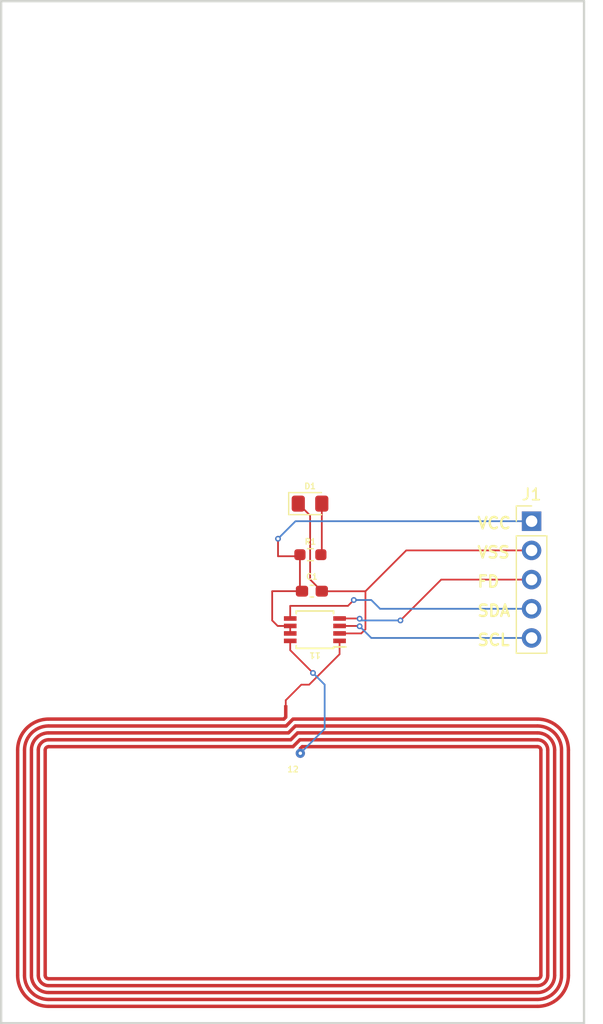
<source format=kicad_pcb>
(kicad_pcb (version 20221018) (generator pcbnew)
  (title_block (title "NFC PCB Business Card Layout") (date "2023-07-16") (rev "A") (company "Yash Fichadia") (comment 1 "Copyright (c) 2023") (comment 2 "Designer: YAF") (comment 3 "Reviewer: YAF") (comment 4 "Approved: YAF"))
  (layers (0 "F.Cu" signal) (31 "B.Cu" signal) (34 "B.Paste" user) (35 "F.Paste" user) (36 "B.SilkS" user "B.Silkscreen") (37 "F.SilkS" user "F.Silkscreen") (38 "B.Mask" user) (39 "F.Mask" user) (44 "Edge.Cuts" user))
  (net 0 "")
  (net 1 "Net-(11-LA)")
  (net 2 "Net-(11-VSS)")
  (net 3 "Net-(11-VCC)")
  (net 4 "Net-(11-LB)")
  (net 5 "Net-(D1-A)")
  (net 6 "Net-(11-SCL)")
  (net 7 "Net-(11-FD)")
  (net 8 "Net-(11-SDA)")
  (footprint "Connector_PinHeader_2.54mm:PinHeader_1x05_P2.54mm_Vertical" (layer "F.Cu") (at 175.26 101.859)
    (fp_text reference "J1" (at 0 -2.33) (layer "F.SilkS"))
    (fp_text value "Conn_01x05_Pin")
    (fp_line (start -1.33 -1.33) (end 0 -1.33) (stroke (width 0.12)) (layer "F.SilkS"))
    (fp_line (start -1.33 0) (end -1.33 -1.33) (stroke (width 0.12)) (layer "F.SilkS"))
    (fp_line (start -1.33 1.27) (end -1.33 11.49) (stroke (width 0.12)) (layer "F.SilkS"))
    (fp_line (start -1.33 1.27) (end 1.33 1.27) (stroke (width 0.12)) (layer "F.SilkS"))
    (fp_line (start -1.33 11.49) (end 1.33 11.49) (stroke (width 0.12)) (layer "F.SilkS"))
    (fp_line (start 1.33 1.27) (end 1.33 11.49) (stroke (width 0.12)) (layer "F.SilkS"))
    (pad "1" thru_hole rect (at 0 0) (size 1.7 1.7) (drill 1) (layers "*.Cu" "*.Mask") (net 3 "Net-(11-VCC)"))
    (pad "2" thru_hole oval (at 0 2.54) (size 1.7 1.7) (drill 1) (layers "*.Cu" "*.Mask") (net 2 "Net-(11-VSS)"))
    (pad "3" thru_hole oval (at 0 5.08) (size 1.7 1.7) (drill 1) (layers "*.Cu" "*.Mask") (net 7 "Net-(11-FD)"))
    (pad "4" thru_hole oval (at 0 7.62) (size 1.7 1.7) (drill 1) (layers "*.Cu" "*.Mask") (net 8 "Net-(11-SDA)"))
    (pad "5" thru_hole oval (at 0 10.16) (size 1.7 1.7) (drill 1) (layers "*.Cu" "*.Mask") (net 6 "Net-(11-SCL)"))
  )
  (footprint "Resistor_SMD:R_0603_1608Metric_Pad0.98x0.95mm_HandSolder" (layer "F.Cu") (at 155.9835 104.772)
    (fp_text reference "R1" (at 0 -1.135 unlocked) (layer "F.SilkS") (effects (font (size 0.5 0.5) (thickness 0.1))))
    (fp_text value "47")
    (fp_line (start -0.254724 -0.5225) (end 0.254724 -0.5225) (stroke (width 0.12)) (layer "F.SilkS"))
    (fp_line (start -0.254724 0.5225) (end 0.254724 0.5225) (stroke (width 0.12)) (layer "F.SilkS"))
    (pad "1" smd roundrect (at -0.9125 0) (size 0.975 0.95) (layers "F.Cu" "F.Paste" "F.Mask") (net 3 "Net-(11-VCC)"))
    (pad "2" smd roundrect (at 0.9125 0) (size 0.975 0.95) (layers "F.Cu" "F.Paste" "F.Mask") (net 5 "Net-(D1-A)"))
  )
  (footprint "Diode_SMD:D_0805_2012Metric_Pad1.15x1.40mm_HandSolder" (layer "F.Cu") (at 155.951 100.327)
    (fp_text reference "D1" (at 0.005 -1.516 unlocked) (layer "F.SilkS") (effects (font (size 0.5 0.5) (thickness 0.1))))
    (fp_text value "LED")
    (fp_line (start -1.86 -0.96) (end -1.86 0.96) (stroke (width 0.12)) (layer "F.SilkS"))
    (fp_line (start -1.86 0.96) (end 1 0.96) (stroke (width 0.12)) (layer "F.SilkS"))
    (fp_line (start 1 -0.96) (end -1.86 -0.96) (stroke (width 0.12)) (layer "F.SilkS"))
    (pad "1" smd roundrect (at -1.025 0) (size 1.15 1.4) (layers "F.Cu" "F.Paste" "F.Mask") (roundrect_rratio 0.2173913043) (net 2 "Net-(11-VSS)"))
    (pad "2" smd roundrect (at 1.025 0) (size 1.15 1.4) (layers "F.Cu" "F.Paste" "F.Mask") (roundrect_rratio 0.2173913043) (net 5 "Net-(D1-A)"))
  )
  (footprint "Capacitor_SMD:C_0603_1608Metric_Pad1.08x0.95mm_HandSolder" (layer "F.Cu") (at 156.1135 107.947)
    (fp_text reference "C1" (at 0 -1.262 unlocked) (layer "F.SilkS") (effects (font (size 0.5 0.5) (thickness 0.1))))
    (fp_text value "220n")
    (fp_line (start -0.146267 -0.51) (end 0.146267 -0.51) (stroke (width 0.12)) (layer "F.SilkS"))
    (fp_line (start -0.146267 0.51) (end 0.146267 0.51) (stroke (width 0.12)) (layer "F.SilkS"))
    (pad "1" smd roundrect (at -0.8625 0) (size 1.075 0.95) (layers "F.Cu" "F.Paste" "F.Mask") (net 3 "Net-(11-VCC)"))
    (pad "2" smd roundrect (at 0.8625 0) (size 1.075 0.95) (layers "F.Cu" "F.Paste" "F.Mask") (net 2 "Net-(11-VSS)"))
  )
  (footprint "Package_SO:TSSOP-8_3x3mm_P0.65mm" (layer "F.Cu") (at 156.376 111.298 180)
    (fp_text reference "11" (at 0 -2.245 180 unlocked) (layer "F.SilkS") (effects (font (size 0.5 0.5) (thickness 0.1))))
    (fp_text value "~")
    (fp_line (start -1.625 -1.625) (end -1.625 -1.5) (stroke (width 0.15)) (layer "F.SilkS"))
    (fp_line (start -1.625 -1.625) (end 1.625 -1.625) (stroke (width 0.15)) (layer "F.SilkS"))
    (fp_line (start -1.625 -1.5) (end -2.7 -1.5) (stroke (width 0.15)) (layer "F.SilkS"))
    (fp_line (start -1.625 1.625) (end -1.625 1.4) (stroke (width 0.15)) (layer "F.SilkS"))
    (fp_line (start -1.625 1.625) (end 1.625 1.625) (stroke (width 0.15)) (layer "F.SilkS"))
    (fp_line (start 1.625 -1.625) (end 1.625 -1.4) (stroke (width 0.15)) (layer "F.SilkS"))
    (fp_line (start 1.625 1.625) (end 1.625 1.4) (stroke (width 0.15)) (layer "F.SilkS"))
    (pad "1" smd rect (at -2.15 -0.975 180) (size 1.1 0.4) (layers "F.Cu" "F.Paste" "F.Mask") (net 1 "Net-(11-LA)"))
    (pad "2" smd rect (at -2.15 -0.325 180) (size 1.1 0.4) (layers "F.Cu" "F.Paste" "F.Mask") (net 2 "Net-(11-VSS)"))
    (pad "3" smd rect (at -2.15 0.325 180) (size 1.1 0.4) (layers "F.Cu" "F.Paste" "F.Mask") (net 6 "Net-(11-SCL)"))
    (pad "4" smd rect (at -2.15 0.975 180) (size 1.1 0.4) (layers "F.Cu" "F.Paste" "F.Mask") (net 7 "Net-(11-FD)"))
    (pad "5" smd rect (at 2.15 0.975 180) (size 1.1 0.4) (layers "F.Cu" "F.Paste" "F.Mask") (net 8 "Net-(11-SDA)"))
    (pad "6" smd rect (at 2.15 0.325 180) (size 1.1 0.4) (layers "F.Cu" "F.Paste" "F.Mask") (net 3 "Net-(11-VCC)"))
    (pad "7" smd rect (at 2.15 -0.325 180) (size 1.1 0.4) (layers "F.Cu" "F.Paste" "F.Mask") (net 3 "Net-(11-VCC)"))
    (pad "8" smd rect (at 2.15 -0.975 180) (size 1.1 0.4) (layers "F.Cu" "F.Paste" "F.Mask") (net 4 "Net-(11-LB)"))
  )
  (footprint "NFCBusinessCardProject:25X48MM_NFC" (layer "F.Cu") (at 154.47 131.579)
    (fp_text reference "12" (at 0 -8.13 unlocked) (layer "F.SilkS") (effects (font (size 0.5 0.5) (thickness 0.1))))
    (fp_text value "~")
    (fp_line (start -24 -9.8) (end -24 9.8) (stroke (width 0.3)) (layer "F.Cu"))
    (fp_line (start -23.4 -9.8) (end -23.4 9.8) (stroke (width 0.3)) (layer "F.Cu"))
    (fp_line (start -22.8 -9.8) (end -22.8 9.8) (stroke (width 0.3)) (layer "F.Cu"))
    (fp_line (start -22.2 -9.8) (end -22.2 9.8) (stroke (width 0.3)) (layer "F.Cu"))
    (fp_line (start -21.6 -9.8) (end -21.6 9.8) (stroke (width 0.3)) (layer "F.Cu"))
    (fp_line (start -21.3 -11.9) (end -0.6 -11.9) (stroke (width 0.3)) (layer "F.Cu"))
    (fp_line (start -21.3 -11.3) (end -0.4 -11.3) (stroke (width 0.3)) (layer "F.Cu"))
    (fp_line (start -21.3 -10.7) (end -0.2 -10.7) (stroke (width 0.3)) (layer "F.Cu"))
    (fp_line (start -21.3 -10.1) (end 0 -10.1) (stroke (width 0.3)) (layer "F.Cu"))
    (fp_line (start -21.3 10.1) (end 21.3 10.1) (stroke (width 0.3)) (layer "F.Cu"))
    (fp_line (start -21.3 10.7) (end 21.3 10.7) (stroke (width 0.3)) (layer "F.Cu"))
    (fp_line (start -21.3 11.3) (end 21.3 11.3) (stroke (width 0.3)) (layer "F.Cu"))
    (fp_line (start -21.3 11.9) (end 21.3 11.9) (stroke (width 0.3)) (layer "F.Cu"))
    (fp_line (start -21.3 12.5) (end 21.3 12.5) (stroke (width 0.3)) (layer "F.Cu"))
    (fp_line (start -0.8 -12.5) (end -21.3 -12.5) (stroke (width 0.3)) (layer "F.Cu"))
    (fp_line (start -0.635 -12.665) (end -0.8 -12.5) (stroke (width 0.3)) (layer "F.Cu"))
    (fp_line (start -0.6 -11.9) (end 0 -12.5) (stroke (width 0.3)) (layer "F.Cu"))
    (fp_line (start -0.4 -11.3) (end 0.2 -11.9) (stroke (width 0.3)) (layer "F.Cu"))
    (fp_line (start -0.2 -10.7) (end 0.4 -11.3) (stroke (width 0.3)) (layer "F.Cu"))
    (fp_line (start 0 -12.5) (end 21.3 -12.5) (stroke (width 0.3)) (layer "F.Cu"))
    (fp_line (start 0 -10.1) (end 0.6 -10.7) (stroke (width 0.3)) (layer "F.Cu"))
    (fp_line (start 0.2 -11.9) (end 21.3 -11.9) (stroke (width 0.3)) (layer "F.Cu"))
    (fp_line (start 0.4 -11.3) (end 21.3 -11.3) (stroke (width 0.3)) (layer "F.Cu"))
    (fp_line (start 0.635 -9.935) (end 0.8 -10.1) (stroke (width 0.3)) (layer "F.Cu"))
    (fp_line (start 0.635 -9.525) (end 0.635 -9.935) (stroke (width 0.3)) (layer "F.Cu"))
    (fp_line (start 21.3 -10.7) (end 0.6 -10.7) (stroke (width 0.3)) (layer "F.Cu"))
    (fp_line (start 21.3 -10.1) (end 0.8 -10.1) (stroke (width 0.3)) (layer "F.Cu"))
    (fp_line (start 21.6 -9.8) (end 21.6 9.8) (stroke (width 0.3)) (layer "F.Cu"))
    (fp_line (start 22.2 -9.8) (end 22.2 9.8) (stroke (width 0.3)) (layer "F.Cu"))
    (fp_line (start 22.8 -9.8) (end 22.8 9.8) (stroke (width 0.3)) (layer "F.Cu"))
    (fp_line (start 23.4 -9.8) (end 23.4 9.8) (stroke (width 0.3)) (layer "F.Cu"))
    (fp_line (start 24 -9.8) (end 24 9.8) (stroke (width 0.3)) (layer "F.Cu"))
    (fp_arc (start -24 -9.8) (mid -23.209188 -11.709188) (end -21.3 -12.5) (stroke (width 0.3)) (layer "F.Cu"))
    (fp_arc (start -23.4 -9.8) (mid -22.784924 -11.284924) (end -21.3 -11.9) (stroke (width 0.3)) (layer "F.Cu"))
    (fp_arc (start -22.8 -9.8) (mid -22.36066 -10.86066) (end -21.3 -11.3) (stroke (width 0.3)) (layer "F.Cu"))
    (fp_arc (start -22.2 -9.8) (mid -21.936396 -10.436396) (end -21.3 -10.7) (stroke (width 0.3)) (layer "F.Cu"))
    (fp_arc (start -21.6 -9.8) (mid -21.512132 -10.012132) (end -21.3 -10.1) (stroke (width 0.3)) (layer "F.Cu"))
    (fp_arc (start -21.3 10.1) (mid -21.512132 10.012132) (end -21.6 9.8) (stroke (width 0.3)) (layer "F.Cu"))
    (fp_arc (start -21.3 10.7) (mid -21.936396 10.436396) (end -22.2 9.8) (stroke (width 0.3)) (layer "F.Cu"))
    (fp_arc (start -21.3 11.3) (mid -22.36066 10.86066) (end -22.8 9.8) (stroke (width 0.3)) (layer "F.Cu"))
    (fp_arc (start -21.3 11.9) (mid -22.784924 11.284924) (end -23.4 9.8) (stroke (width 0.3)) (layer "F.Cu"))
    (fp_arc (start -21.3 12.5) (mid -23.209188 11.709188) (end -24 9.8) (stroke (width 0.3)) (layer "F.Cu"))
    (fp_arc (start 21.3 -12.5) (mid 23.209188 -11.709188) (end 24 -9.8) (stroke (width 0.3)) (layer "F.Cu"))
    (fp_arc (start 21.3 -11.9) (mid 22.784924 -11.284924) (end 23.4 -9.8) (stroke (width 0.3)) (layer "F.Cu"))
    (fp_arc (start 21.3 -11.3) (mid 22.36066 -10.86066) (end 22.8 -9.8) (stroke (width 0.3)) (layer "F.Cu"))
    (fp_arc (start 21.3 -10.7) (mid 21.936396 -10.436396) (end 22.2 -9.8) (stroke (width 0.3)) (layer "F.Cu"))
    (fp_arc (start 21.3 -10.1) (mid 21.512132 -10.012132) (end 21.6 -9.8) (stroke (width 0.3)) (layer "F.Cu"))
    (fp_arc (start 21.6 9.8) (mid 21.512132 10.012132) (end 21.3 10.1) (stroke (width 0.3)) (layer "F.Cu"))
    (fp_arc (start 22.2 9.8) (mid 21.936396 10.436396) (end 21.3 10.7) (stroke (width 0.3)) (layer "F.Cu"))
    (fp_arc (start 22.8 9.8) (mid 22.36066 10.86066) (end 21.3 11.3) (stroke (width 0.3)) (layer "F.Cu"))
    (fp_arc (start 23.4 9.8) (mid 22.784924 11.284924) (end 21.3 11.9) (stroke (width 0.3)) (layer "F.Cu"))
    (fp_arc (start 24 9.8) (mid 23.209188 11.709188) (end 21.3 12.5) (stroke (width 0.3)) (layer "F.Cu"))
    (pad "P$1" smd rect (at -0.635 -13.205 90) (size 1.01 0.3) (layers "F.Cu") (net 1 "Net-(11-LA)"))
    (pad "P$2" thru_hole circle (at 0.635 -9.525) (size 0.808 0.808) (drill 0.3) (layers "*.Cu" "*.Mask") (net 4 "Net-(11-LB)"))
  )
  (gr_line (start 179.832 56.597) (end 179.832 145.547) (stroke (width 0.2)) (layer "Edge.Cuts"))
  (gr_line (start 129.032 145.547) (end 179.832 145.547) (stroke (width 0.2)) (layer "Edge.Cuts"))
  (gr_line (start 129.032 56.597) (end 179.832 56.597) (stroke (width 0.2)) (layer "Edge.Cuts"))
  (gr_line (start 129.032 56.597) (end 129.032 145.547) (stroke (width 0.2)) (layer "Edge.Cuts"))
  (gr_text "SCL" (at 170.434 112.776) (layer "F.SilkS") (effects (font (size 1 1) (thickness 0.2) bold) (justify left bottom)))
  (gr_text "FD" (at 170.434 107.696) (layer "F.SilkS") (effects (font (size 1 1) (thickness 0.2) bold) (justify left bottom)))
  (gr_text "VSS" (at 170.434 105.156) (layer "F.SilkS") (effects (font (size 1 1) (thickness 0.2) bold) (justify left bottom)))
  (gr_text "SDA" (at 170.434 110.236) (layer "F.SilkS") (effects (font (size 1 1) (thickness 0.2) bold) (justify left bottom)))
  (gr_text "VCC" (at 170.434 102.616) (layer "F.SilkS") (effects (font (size 1 1) (thickness 0.2) bold) (justify left bottom)))
  (segment (start 153.835 117.442) (end 155.194 116.083) (width 0.1524) (layer "F.Cu") (net 1))
  (segment (start 153.835 118.374) (end 153.835 117.442) (width 0.1524) (layer "F.Cu") (net 1))
  (segment (start 158.526 113.4335) (end 158.526 112.273) (width 0.1524) (layer "F.Cu") (net 1))
  (segment (start 155.8765 116.083) (end 158.526 113.4335) (width 0.1524) (layer "F.Cu") (net 1))
  (segment (start 155.194 116.083) (end 155.8765 116.083) (width 0.1524) (layer "F.Cu") (net 1))
  (segment (start 160.782 111.257) (end 160.416 111.623) (width 0.1524) (layer "F.Cu") (net 2))
  (segment (start 157.3572 107.947) (end 157.3652 107.955) (width 0.1524) (layer "F.Cu") (net 2))
  (segment (start 155.96 106.931) (end 156.976 107.947) (width 0.1524) (layer "F.Cu") (net 2))
  (segment (start 160.416 111.623) (end 158.526 111.623) (width 0.1524) (layer "F.Cu") (net 2))
  (segment (start 175.26 104.399) (end 164.338 104.399) (width 0.1524) (layer "F.Cu") (net 2))
  (segment (start 155.96 101.361) (end 155.96 106.931) (width 0.1524) (layer "F.Cu") (net 2))
  (segment (start 160.782 107.955) (end 160.782 111.257) (width 0.1524) (layer "F.Cu") (net 2))
  (segment (start 156.976 107.947) (end 157.3572 107.947) (width 0.1524) (layer "F.Cu") (net 2))
  (segment (start 154.926 100.327) (end 155.96 101.361) (width 0.1524) (layer "F.Cu") (net 2))
  (segment (start 157.3652 107.955) (end 160.782 107.955) (width 0.1524) (layer "F.Cu") (net 2))
  (segment (start 164.338 104.399) (end 160.782 107.955) (width 0.1524) (layer "F.Cu") (net 2))
  (segment (start 155.071 104.772) (end 155.071 107.767) (width 0.1524) (layer "F.Cu") (net 3))
  (segment (start 153.162 104.907) (end 154.936 104.907) (width 0.1524) (layer "F.Cu") (net 3))
  (segment (start 155.251 107.947) (end 152.662 107.947) (width 0.1524) (layer "F.Cu") (net 3))
  (segment (start 152.654 110.495) (end 153.132 110.973) (width 0.1524) (layer "F.Cu") (net 3))
  (segment (start 153.162 103.383) (end 153.162 104.907) (width 0.1524) (layer "F.Cu") (net 3))
  (segment (start 154.936 104.907) (end 155.071 104.772) (width 0.1524) (layer "F.Cu") (net 3))
  (segment (start 152.662 107.947) (end 152.654 107.955) (width 0.1524) (layer "F.Cu") (net 3))
  (segment (start 154.226 110.973) (end 154.226 111.623) (width 0.1524) (layer "F.Cu") (net 3))
  (segment (start 153.132 110.973) (end 154.226 110.973) (width 0.1524) (layer "F.Cu") (net 3))
  (segment (start 152.654 107.955) (end 152.654 110.495) (width 0.1524) (layer "F.Cu") (net 3))
  (via (at 153.162 103.383) (size 0.508) (drill 0.254) (layers "F.Cu" "B.Cu") (net 3))
  (segment (start 175.26 101.859) (end 154.686 101.859) (width 0.1524) (layer "B.Cu") (net 3))
  (segment (start 154.686 101.859) (end 153.162 103.383) (width 0.1524) (layer "B.Cu") (net 3))
  (segment (start 156.21 115.067) (end 154.226 113.083) (width 0.1524) (layer "F.Cu") (net 4))
  (segment (start 154.226 113.083) (end 154.226 112.273) (width 0.1524) (layer "F.Cu") (net 4))
  (via (at 156.21 115.067) (size 0.508) (drill 0.254) (layers "F.Cu" "B.Cu") (net 4))
  (segment (start 157.226 116.083) (end 157.226 119.933) (width 0.1524) (layer "B.Cu") (net 4))
  (segment (start 156.21 115.067) (end 157.226 116.083) (width 0.1524) (layer "B.Cu") (net 4))
  (segment (start 157.226 119.933) (end 155.105 122.054) (width 0.1524) (layer "B.Cu") (net 4))
  (segment (start 156.976 104.692) (end 156.896 104.772) (width 0.1524) (layer "F.Cu") (net 5))
  (segment (start 156.976 100.327) (end 156.976 104.692) (width 0.1524) (layer "F.Cu") (net 5))
  (segment (start 160.274 111.003) (end 160.244 110.973) (width 0.1524) (layer "F.Cu") (net 6))
  (segment (start 160.244 110.973) (end 158.526 110.973) (width 0.1524) (layer "F.Cu") (net 6))
  (via (at 160.274 111.003) (size 0.508) (drill 0.254) (layers "F.Cu" "B.Cu") (net 6))
  (segment (start 160.274 111.003) (end 161.29 112.019) (width 0.1524) (layer "B.Cu") (net 6))
  (segment (start 161.29 112.019) (end 175.26 112.019) (width 0.1524) (layer "B.Cu") (net 6))
  (segment (start 175.26 106.939) (end 167.386 106.939) (width 0.1524) (layer "F.Cu") (net 7))
  (segment (start 160.274 110.343097) (end 160.253903 110.323) (width 0.1524) (layer "F.Cu") (net 7))
  (segment (start 167.386 106.939) (end 163.83 110.495) (width 0.1524) (layer "F.Cu") (net 7))
  (segment (start 160.253903 110.323) (end 158.526 110.323) (width 0.1524) (layer "F.Cu") (net 7))
  (via (at 160.274 110.343097) (size 0.508) (drill 0.254) (layers "F.Cu" "B.Cu") (net 7))
  (via (at 163.83 110.495) (size 0.508) (drill 0.254) (layers "F.Cu" "B.Cu") (net 7))
  (segment (start 163.83 110.495) (end 160.425903 110.495) (width 0.1524) (layer "B.Cu") (net 7))
  (segment (start 160.425903 110.495) (end 160.274 110.343097) (width 0.1524) (layer "B.Cu") (net 7))
  (segment (start 159.258 109.225) (end 154.226 109.225) (width 0.1524) (layer "F.Cu") (net 8))
  (segment (start 159.766 108.717) (end 159.258 109.225) (width 0.1524) (layer "F.Cu") (net 8))
  (segment (start 154.226 109.225) (end 154.226 110.323) (width 0.1524) (layer "F.Cu") (net 8))
  (via (at 159.766 108.717) (size 0.508) (drill 0.254) (layers "F.Cu" "B.Cu") (net 8))
  (segment (start 175.26 109.479) (end 162.052 109.479) (width 0.1524) (layer "B.Cu") (net 8))
  (segment (start 161.29 108.717) (end 159.766 108.717) (width 0.1524) (layer "B.Cu") (net 8))
  (segment (start 162.052 109.479) (end 161.29 108.717) (width 0.1524) (layer "B.Cu") (net 8))
)
</source>
